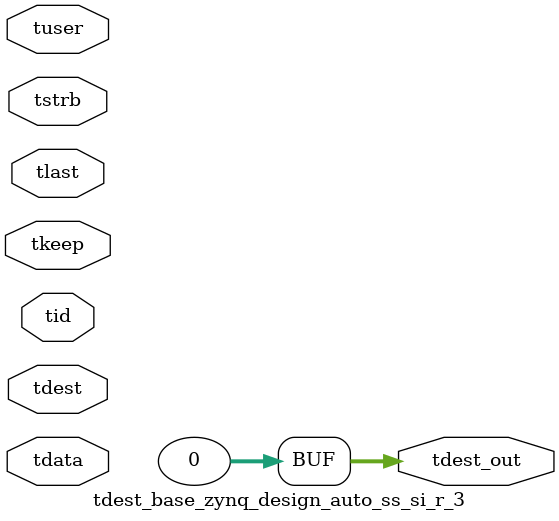
<source format=v>


`timescale 1ps/1ps

module tdest_base_zynq_design_auto_ss_si_r_3 #
(
parameter C_S_AXIS_TDATA_WIDTH = 32,
parameter C_S_AXIS_TUSER_WIDTH = 0,
parameter C_S_AXIS_TID_WIDTH   = 0,
parameter C_S_AXIS_TDEST_WIDTH = 0,
parameter C_M_AXIS_TDEST_WIDTH = 32
)
(
input  [(C_S_AXIS_TDATA_WIDTH == 0 ? 1 : C_S_AXIS_TDATA_WIDTH)-1:0     ] tdata,
input  [(C_S_AXIS_TUSER_WIDTH == 0 ? 1 : C_S_AXIS_TUSER_WIDTH)-1:0     ] tuser,
input  [(C_S_AXIS_TID_WIDTH   == 0 ? 1 : C_S_AXIS_TID_WIDTH)-1:0       ] tid,
input  [(C_S_AXIS_TDEST_WIDTH == 0 ? 1 : C_S_AXIS_TDEST_WIDTH)-1:0     ] tdest,
input  [(C_S_AXIS_TDATA_WIDTH/8)-1:0 ] tkeep,
input  [(C_S_AXIS_TDATA_WIDTH/8)-1:0 ] tstrb,
input                                                                    tlast,
output [C_M_AXIS_TDEST_WIDTH-1:0] tdest_out
);

assign tdest_out = {1'b0};

endmodule


</source>
